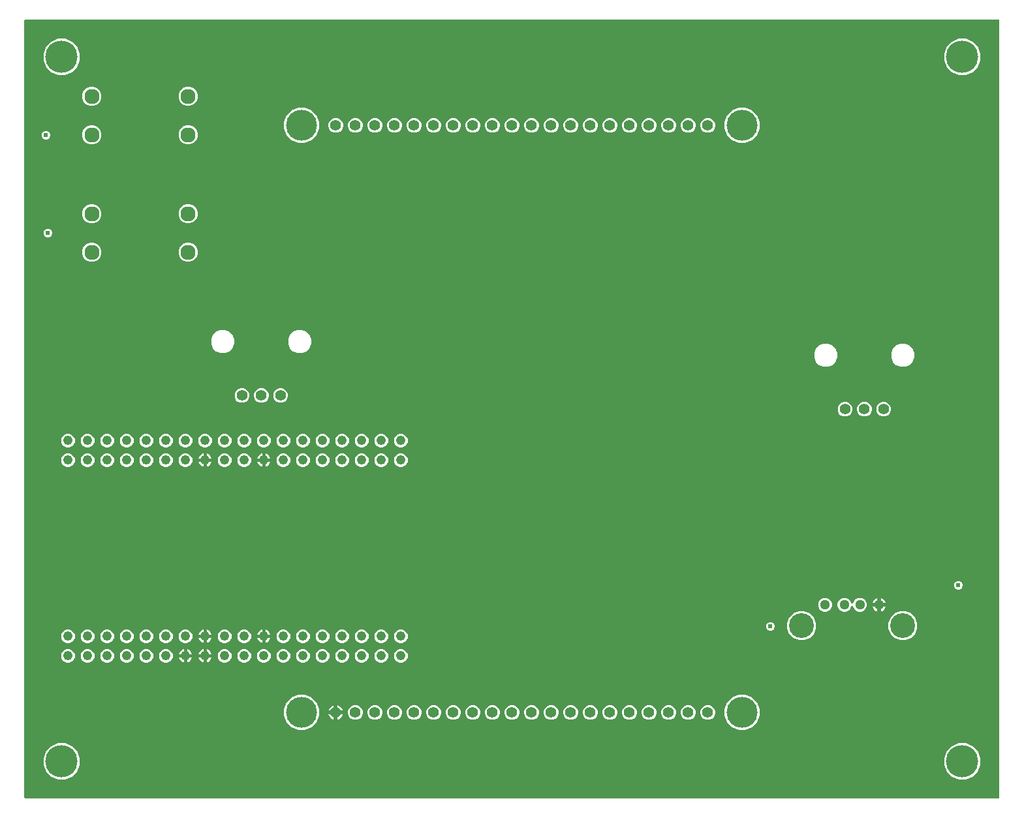
<source format=gbr>
G04 EAGLE Gerber RS-274X export*
G75*
%MOMM*%
%FSLAX34Y34*%
%LPD*%
%INCopper Layer 2*%
%IPPOS*%
%AMOC8*
5,1,8,0,0,1.08239X$1,22.5*%
G01*
%ADD10C,1.400000*%
%ADD11C,4.016000*%
%ADD12C,1.288000*%
%ADD13C,3.220000*%
%ADD14C,4.191000*%
%ADD15C,1.960000*%
%ADD16C,1.244600*%
%ADD17C,0.609600*%

G36*
X1266308Y2556D02*
X1266308Y2556D01*
X1266427Y2563D01*
X1266465Y2576D01*
X1266506Y2581D01*
X1266616Y2624D01*
X1266729Y2661D01*
X1266764Y2683D01*
X1266801Y2698D01*
X1266897Y2767D01*
X1266998Y2831D01*
X1267026Y2861D01*
X1267059Y2884D01*
X1267135Y2976D01*
X1267216Y3063D01*
X1267236Y3098D01*
X1267261Y3129D01*
X1267312Y3237D01*
X1267370Y3341D01*
X1267380Y3381D01*
X1267397Y3417D01*
X1267419Y3534D01*
X1267449Y3649D01*
X1267453Y3709D01*
X1267457Y3729D01*
X1267455Y3750D01*
X1267459Y3810D01*
X1267459Y1012190D01*
X1267444Y1012308D01*
X1267437Y1012427D01*
X1267424Y1012465D01*
X1267419Y1012506D01*
X1267376Y1012616D01*
X1267339Y1012729D01*
X1267317Y1012764D01*
X1267302Y1012801D01*
X1267233Y1012897D01*
X1267169Y1012998D01*
X1267139Y1013026D01*
X1267116Y1013059D01*
X1267024Y1013135D01*
X1266937Y1013216D01*
X1266902Y1013236D01*
X1266871Y1013261D01*
X1266763Y1013312D01*
X1266659Y1013370D01*
X1266619Y1013380D01*
X1266583Y1013397D01*
X1266466Y1013419D01*
X1266351Y1013449D01*
X1266291Y1013453D01*
X1266271Y1013457D01*
X1266250Y1013455D01*
X1266190Y1013459D01*
X3810Y1013459D01*
X3692Y1013444D01*
X3573Y1013437D01*
X3535Y1013424D01*
X3494Y1013419D01*
X3384Y1013376D01*
X3271Y1013339D01*
X3236Y1013317D01*
X3199Y1013302D01*
X3103Y1013233D01*
X3002Y1013169D01*
X2974Y1013139D01*
X2941Y1013116D01*
X2865Y1013024D01*
X2784Y1012937D01*
X2764Y1012902D01*
X2739Y1012871D01*
X2688Y1012763D01*
X2630Y1012659D01*
X2620Y1012619D01*
X2603Y1012583D01*
X2581Y1012466D01*
X2551Y1012351D01*
X2547Y1012291D01*
X2543Y1012271D01*
X2545Y1012250D01*
X2541Y1012190D01*
X2541Y3810D01*
X2556Y3692D01*
X2563Y3573D01*
X2576Y3535D01*
X2581Y3494D01*
X2624Y3384D01*
X2661Y3271D01*
X2683Y3236D01*
X2698Y3199D01*
X2767Y3103D01*
X2831Y3002D01*
X2861Y2974D01*
X2884Y2941D01*
X2976Y2865D01*
X3063Y2784D01*
X3098Y2764D01*
X3129Y2739D01*
X3237Y2688D01*
X3341Y2630D01*
X3381Y2620D01*
X3417Y2603D01*
X3534Y2581D01*
X3649Y2551D01*
X3709Y2547D01*
X3729Y2543D01*
X3750Y2545D01*
X3810Y2541D01*
X1266190Y2541D01*
X1266308Y2556D01*
G37*
%LPC*%
G36*
X1214526Y941704D02*
X1214526Y941704D01*
X1205891Y945281D01*
X1199281Y951891D01*
X1195704Y960526D01*
X1195704Y969874D01*
X1199281Y978509D01*
X1205891Y985119D01*
X1214526Y988696D01*
X1223874Y988696D01*
X1232509Y985119D01*
X1239119Y978509D01*
X1242696Y969874D01*
X1242696Y960526D01*
X1239119Y951891D01*
X1232509Y945281D01*
X1223874Y941704D01*
X1214526Y941704D01*
G37*
%LPD*%
%LPC*%
G36*
X46126Y941704D02*
X46126Y941704D01*
X37491Y945281D01*
X30881Y951891D01*
X27304Y960526D01*
X27304Y969874D01*
X30881Y978509D01*
X37491Y985119D01*
X46126Y988696D01*
X55474Y988696D01*
X64109Y985119D01*
X70719Y978509D01*
X74296Y969874D01*
X74296Y960526D01*
X70719Y951891D01*
X64109Y945281D01*
X55474Y941704D01*
X46126Y941704D01*
G37*
%LPD*%
%LPC*%
G36*
X1214526Y27304D02*
X1214526Y27304D01*
X1205891Y30881D01*
X1199281Y37491D01*
X1195704Y46126D01*
X1195704Y55474D01*
X1199281Y64109D01*
X1205891Y70719D01*
X1214526Y74296D01*
X1223874Y74296D01*
X1232509Y70719D01*
X1239119Y64109D01*
X1242696Y55474D01*
X1242696Y46126D01*
X1239119Y37491D01*
X1232509Y30881D01*
X1223874Y27304D01*
X1214526Y27304D01*
G37*
%LPD*%
%LPC*%
G36*
X46126Y27304D02*
X46126Y27304D01*
X37491Y30881D01*
X30881Y37491D01*
X27304Y46126D01*
X27304Y55474D01*
X30881Y64109D01*
X37491Y70719D01*
X46126Y74296D01*
X55474Y74296D01*
X64109Y70719D01*
X70719Y64109D01*
X74296Y55474D01*
X74296Y46126D01*
X70719Y37491D01*
X64109Y30881D01*
X55474Y27304D01*
X46126Y27304D01*
G37*
%LPD*%
%LPC*%
G36*
X928950Y853679D02*
X928950Y853679D01*
X920636Y857123D01*
X914273Y863486D01*
X910829Y871800D01*
X910829Y880800D01*
X914273Y889114D01*
X920636Y895477D01*
X928950Y898921D01*
X937950Y898921D01*
X946264Y895477D01*
X952627Y889114D01*
X956071Y880800D01*
X956071Y871800D01*
X952627Y863486D01*
X946264Y857123D01*
X937950Y853679D01*
X928950Y853679D01*
G37*
%LPD*%
%LPC*%
G36*
X357450Y853679D02*
X357450Y853679D01*
X349136Y857123D01*
X342773Y863486D01*
X339329Y871800D01*
X339329Y880800D01*
X342773Y889114D01*
X349136Y895477D01*
X357450Y898921D01*
X366450Y898921D01*
X374764Y895477D01*
X381127Y889114D01*
X384571Y880800D01*
X384571Y871800D01*
X381127Y863486D01*
X374764Y857123D01*
X366450Y853679D01*
X357450Y853679D01*
G37*
%LPD*%
%LPC*%
G36*
X357450Y91679D02*
X357450Y91679D01*
X349136Y95123D01*
X342773Y101486D01*
X339329Y109800D01*
X339329Y118800D01*
X342773Y127114D01*
X349136Y133477D01*
X357450Y136921D01*
X366450Y136921D01*
X374764Y133477D01*
X381127Y127114D01*
X384571Y118800D01*
X384571Y109800D01*
X381127Y101486D01*
X374764Y95123D01*
X366450Y91679D01*
X357450Y91679D01*
G37*
%LPD*%
%LPC*%
G36*
X928950Y91679D02*
X928950Y91679D01*
X920636Y95123D01*
X914273Y101486D01*
X910829Y109800D01*
X910829Y118800D01*
X914273Y127114D01*
X920636Y133477D01*
X928950Y136921D01*
X937950Y136921D01*
X946264Y133477D01*
X952627Y127114D01*
X956071Y118800D01*
X956071Y109800D01*
X952627Y101486D01*
X946264Y95123D01*
X937950Y91679D01*
X928950Y91679D01*
G37*
%LPD*%
%LPC*%
G36*
X1006992Y208259D02*
X1006992Y208259D01*
X1000141Y211097D01*
X994897Y216341D01*
X992059Y223192D01*
X992059Y230608D01*
X994897Y237459D01*
X1000141Y242703D01*
X1006992Y245541D01*
X1014408Y245541D01*
X1021259Y242703D01*
X1026503Y237459D01*
X1029341Y230608D01*
X1029341Y223192D01*
X1026503Y216341D01*
X1021259Y211097D01*
X1014408Y208259D01*
X1006992Y208259D01*
G37*
%LPD*%
%LPC*%
G36*
X1138392Y208259D02*
X1138392Y208259D01*
X1131541Y211097D01*
X1126297Y216341D01*
X1123459Y223192D01*
X1123459Y230608D01*
X1126297Y237459D01*
X1131541Y242703D01*
X1138392Y245541D01*
X1145808Y245541D01*
X1152659Y242703D01*
X1157903Y237459D01*
X1160741Y230608D01*
X1160741Y223192D01*
X1157903Y216341D01*
X1152659Y211097D01*
X1145808Y208259D01*
X1138392Y208259D01*
G37*
%LPD*%
%LPC*%
G36*
X356888Y580739D02*
X356888Y580739D01*
X351360Y583029D01*
X347129Y587260D01*
X344839Y592788D01*
X344839Y598772D01*
X347129Y604300D01*
X351360Y608531D01*
X356888Y610821D01*
X362872Y610821D01*
X368400Y608531D01*
X372631Y604300D01*
X374921Y598772D01*
X374921Y592788D01*
X372631Y587260D01*
X368400Y583029D01*
X362872Y580739D01*
X356888Y580739D01*
G37*
%LPD*%
%LPC*%
G36*
X256888Y580739D02*
X256888Y580739D01*
X251360Y583029D01*
X247129Y587260D01*
X244839Y592788D01*
X244839Y598772D01*
X247129Y604300D01*
X251360Y608531D01*
X256888Y610821D01*
X262872Y610821D01*
X268400Y608531D01*
X272631Y604300D01*
X274921Y598772D01*
X274921Y592788D01*
X272631Y587260D01*
X268400Y583029D01*
X262872Y580739D01*
X256888Y580739D01*
G37*
%LPD*%
%LPC*%
G36*
X1139208Y562959D02*
X1139208Y562959D01*
X1133680Y565249D01*
X1129449Y569480D01*
X1127159Y575008D01*
X1127159Y580992D01*
X1129449Y586520D01*
X1133680Y590751D01*
X1139208Y593041D01*
X1145192Y593041D01*
X1150720Y590751D01*
X1154951Y586520D01*
X1157241Y580992D01*
X1157241Y575008D01*
X1154951Y569480D01*
X1150720Y565249D01*
X1145192Y562959D01*
X1139208Y562959D01*
G37*
%LPD*%
%LPC*%
G36*
X1039208Y562959D02*
X1039208Y562959D01*
X1033680Y565249D01*
X1029449Y569480D01*
X1027159Y575008D01*
X1027159Y580992D01*
X1029449Y586520D01*
X1033680Y590751D01*
X1039208Y593041D01*
X1045192Y593041D01*
X1050720Y590751D01*
X1054951Y586520D01*
X1057241Y580992D01*
X1057241Y575008D01*
X1054951Y569480D01*
X1050720Y565249D01*
X1045192Y562959D01*
X1039208Y562959D01*
G37*
%LPD*%
%LPC*%
G36*
X1064614Y245019D02*
X1064614Y245019D01*
X1061313Y246386D01*
X1058786Y248913D01*
X1057419Y252214D01*
X1057419Y255786D01*
X1058786Y259087D01*
X1061313Y261614D01*
X1064614Y262981D01*
X1068186Y262981D01*
X1071487Y261614D01*
X1074014Y259087D01*
X1075227Y256157D01*
X1075296Y256036D01*
X1075361Y255913D01*
X1075375Y255898D01*
X1075385Y255880D01*
X1075482Y255780D01*
X1075575Y255678D01*
X1075592Y255666D01*
X1075606Y255652D01*
X1075724Y255579D01*
X1075841Y255503D01*
X1075860Y255496D01*
X1075877Y255486D01*
X1076010Y255445D01*
X1076142Y255400D01*
X1076162Y255398D01*
X1076181Y255392D01*
X1076320Y255385D01*
X1076459Y255374D01*
X1076479Y255378D01*
X1076499Y255377D01*
X1076635Y255405D01*
X1076772Y255429D01*
X1076791Y255437D01*
X1076810Y255441D01*
X1076935Y255502D01*
X1077062Y255559D01*
X1077078Y255572D01*
X1077096Y255581D01*
X1077202Y255671D01*
X1077310Y255758D01*
X1077323Y255774D01*
X1077338Y255787D01*
X1077418Y255901D01*
X1077502Y256012D01*
X1077514Y256037D01*
X1077521Y256047D01*
X1077528Y256067D01*
X1077573Y256157D01*
X1078786Y259087D01*
X1081313Y261614D01*
X1084614Y262981D01*
X1088186Y262981D01*
X1091487Y261614D01*
X1094014Y259087D01*
X1095381Y255786D01*
X1095381Y252214D01*
X1094014Y248913D01*
X1091487Y246386D01*
X1088186Y245019D01*
X1084614Y245019D01*
X1081313Y246386D01*
X1078786Y248913D01*
X1077573Y251843D01*
X1077567Y251853D01*
X1077567Y251854D01*
X1077504Y251964D01*
X1077439Y252087D01*
X1077425Y252102D01*
X1077415Y252120D01*
X1077318Y252220D01*
X1077225Y252322D01*
X1077208Y252333D01*
X1077194Y252348D01*
X1077075Y252421D01*
X1076959Y252497D01*
X1076940Y252504D01*
X1076923Y252514D01*
X1076790Y252555D01*
X1076658Y252600D01*
X1076638Y252602D01*
X1076619Y252608D01*
X1076480Y252615D01*
X1076341Y252626D01*
X1076321Y252622D01*
X1076301Y252623D01*
X1076165Y252595D01*
X1076028Y252571D01*
X1076009Y252563D01*
X1075990Y252559D01*
X1075864Y252497D01*
X1075738Y252441D01*
X1075722Y252428D01*
X1075704Y252419D01*
X1075598Y252329D01*
X1075490Y252242D01*
X1075477Y252226D01*
X1075462Y252213D01*
X1075382Y252099D01*
X1075298Y251988D01*
X1075286Y251963D01*
X1075279Y251953D01*
X1075272Y251933D01*
X1075227Y251843D01*
X1074014Y248913D01*
X1071487Y246386D01*
X1068186Y245019D01*
X1064614Y245019D01*
G37*
%LPD*%
%LPC*%
G36*
X212445Y901659D02*
X212445Y901659D01*
X207910Y903538D01*
X204438Y907010D01*
X202559Y911545D01*
X202559Y916455D01*
X204438Y920990D01*
X207910Y924462D01*
X212445Y926341D01*
X217355Y926341D01*
X221890Y924462D01*
X225362Y920990D01*
X227241Y916455D01*
X227241Y911545D01*
X225362Y907010D01*
X221890Y903538D01*
X217355Y901659D01*
X212445Y901659D01*
G37*
%LPD*%
%LPC*%
G36*
X87445Y901659D02*
X87445Y901659D01*
X82910Y903538D01*
X79438Y907010D01*
X77559Y911545D01*
X77559Y916455D01*
X79438Y920990D01*
X82910Y924462D01*
X87445Y926341D01*
X92355Y926341D01*
X96890Y924462D01*
X100362Y920990D01*
X102241Y916455D01*
X102241Y911545D01*
X100362Y907010D01*
X96890Y903538D01*
X92355Y901659D01*
X87445Y901659D01*
G37*
%LPD*%
%LPC*%
G36*
X212445Y851659D02*
X212445Y851659D01*
X207910Y853538D01*
X204438Y857010D01*
X202559Y861545D01*
X202559Y866455D01*
X204438Y870990D01*
X207910Y874462D01*
X212445Y876341D01*
X217355Y876341D01*
X221890Y874462D01*
X225362Y870990D01*
X227241Y866455D01*
X227241Y861545D01*
X225362Y857010D01*
X221890Y853538D01*
X217355Y851659D01*
X212445Y851659D01*
G37*
%LPD*%
%LPC*%
G36*
X87445Y851659D02*
X87445Y851659D01*
X82910Y853538D01*
X79438Y857010D01*
X77559Y861545D01*
X77559Y866455D01*
X79438Y870990D01*
X82910Y874462D01*
X87445Y876341D01*
X92355Y876341D01*
X96890Y874462D01*
X100362Y870990D01*
X102241Y866455D01*
X102241Y861545D01*
X100362Y857010D01*
X96890Y853538D01*
X92355Y851659D01*
X87445Y851659D01*
G37*
%LPD*%
%LPC*%
G36*
X212445Y749259D02*
X212445Y749259D01*
X207910Y751138D01*
X204438Y754610D01*
X202559Y759145D01*
X202559Y764055D01*
X204438Y768590D01*
X207910Y772062D01*
X212445Y773941D01*
X217355Y773941D01*
X221890Y772062D01*
X225362Y768590D01*
X227241Y764055D01*
X227241Y759145D01*
X225362Y754610D01*
X221890Y751138D01*
X217355Y749259D01*
X212445Y749259D01*
G37*
%LPD*%
%LPC*%
G36*
X87445Y749259D02*
X87445Y749259D01*
X82910Y751138D01*
X79438Y754610D01*
X77559Y759145D01*
X77559Y764055D01*
X79438Y768590D01*
X82910Y772062D01*
X87445Y773941D01*
X92355Y773941D01*
X96890Y772062D01*
X100362Y768590D01*
X102241Y764055D01*
X102241Y759145D01*
X100362Y754610D01*
X96890Y751138D01*
X92355Y749259D01*
X87445Y749259D01*
G37*
%LPD*%
%LPC*%
G36*
X212445Y699259D02*
X212445Y699259D01*
X207910Y701138D01*
X204438Y704610D01*
X202559Y709145D01*
X202559Y714055D01*
X204438Y718590D01*
X207910Y722062D01*
X212445Y723941D01*
X217355Y723941D01*
X221890Y722062D01*
X225362Y718590D01*
X227241Y714055D01*
X227241Y709145D01*
X225362Y704610D01*
X221890Y701138D01*
X217355Y699259D01*
X212445Y699259D01*
G37*
%LPD*%
%LPC*%
G36*
X87445Y699259D02*
X87445Y699259D01*
X82910Y701138D01*
X79438Y704610D01*
X77559Y709145D01*
X77559Y714055D01*
X79438Y718590D01*
X82910Y722062D01*
X87445Y723941D01*
X92355Y723941D01*
X96890Y722062D01*
X100362Y718590D01*
X102241Y714055D01*
X102241Y709145D01*
X100362Y704610D01*
X96890Y701138D01*
X92355Y699259D01*
X87445Y699259D01*
G37*
%LPD*%
%LPC*%
G36*
X429902Y866759D02*
X429902Y866759D01*
X426396Y868212D01*
X423712Y870896D01*
X422259Y874402D01*
X422259Y878198D01*
X423712Y881704D01*
X426396Y884388D01*
X429902Y885841D01*
X433698Y885841D01*
X437204Y884388D01*
X439888Y881704D01*
X441341Y878198D01*
X441341Y874402D01*
X439888Y870896D01*
X437204Y868212D01*
X433698Y866759D01*
X429902Y866759D01*
G37*
%LPD*%
%LPC*%
G36*
X404502Y866759D02*
X404502Y866759D01*
X400996Y868212D01*
X398312Y870896D01*
X396859Y874402D01*
X396859Y878198D01*
X398312Y881704D01*
X400996Y884388D01*
X404502Y885841D01*
X408298Y885841D01*
X411804Y884388D01*
X414488Y881704D01*
X415941Y878198D01*
X415941Y874402D01*
X414488Y870896D01*
X411804Y868212D01*
X408298Y866759D01*
X404502Y866759D01*
G37*
%LPD*%
%LPC*%
G36*
X887102Y866759D02*
X887102Y866759D01*
X883596Y868212D01*
X880912Y870896D01*
X879459Y874402D01*
X879459Y878198D01*
X880912Y881704D01*
X883596Y884388D01*
X887102Y885841D01*
X890898Y885841D01*
X894404Y884388D01*
X897088Y881704D01*
X898541Y878198D01*
X898541Y874402D01*
X897088Y870896D01*
X894404Y868212D01*
X890898Y866759D01*
X887102Y866759D01*
G37*
%LPD*%
%LPC*%
G36*
X861702Y866759D02*
X861702Y866759D01*
X858196Y868212D01*
X855512Y870896D01*
X854059Y874402D01*
X854059Y878198D01*
X855512Y881704D01*
X858196Y884388D01*
X861702Y885841D01*
X865498Y885841D01*
X869004Y884388D01*
X871688Y881704D01*
X873141Y878198D01*
X873141Y874402D01*
X871688Y870896D01*
X869004Y868212D01*
X865498Y866759D01*
X861702Y866759D01*
G37*
%LPD*%
%LPC*%
G36*
X836302Y866759D02*
X836302Y866759D01*
X832796Y868212D01*
X830112Y870896D01*
X828659Y874402D01*
X828659Y878198D01*
X830112Y881704D01*
X832796Y884388D01*
X836302Y885841D01*
X840098Y885841D01*
X843604Y884388D01*
X846288Y881704D01*
X847741Y878198D01*
X847741Y874402D01*
X846288Y870896D01*
X843604Y868212D01*
X840098Y866759D01*
X836302Y866759D01*
G37*
%LPD*%
%LPC*%
G36*
X810902Y866759D02*
X810902Y866759D01*
X807396Y868212D01*
X804712Y870896D01*
X803259Y874402D01*
X803259Y878198D01*
X804712Y881704D01*
X807396Y884388D01*
X810902Y885841D01*
X814698Y885841D01*
X818204Y884388D01*
X820888Y881704D01*
X822341Y878198D01*
X822341Y874402D01*
X820888Y870896D01*
X818204Y868212D01*
X814698Y866759D01*
X810902Y866759D01*
G37*
%LPD*%
%LPC*%
G36*
X785502Y866759D02*
X785502Y866759D01*
X781996Y868212D01*
X779312Y870896D01*
X777859Y874402D01*
X777859Y878198D01*
X779312Y881704D01*
X781996Y884388D01*
X785502Y885841D01*
X789298Y885841D01*
X792804Y884388D01*
X795488Y881704D01*
X796941Y878198D01*
X796941Y874402D01*
X795488Y870896D01*
X792804Y868212D01*
X789298Y866759D01*
X785502Y866759D01*
G37*
%LPD*%
%LPC*%
G36*
X760102Y866759D02*
X760102Y866759D01*
X756596Y868212D01*
X753912Y870896D01*
X752459Y874402D01*
X752459Y878198D01*
X753912Y881704D01*
X756596Y884388D01*
X760102Y885841D01*
X763898Y885841D01*
X767404Y884388D01*
X770088Y881704D01*
X771541Y878198D01*
X771541Y874402D01*
X770088Y870896D01*
X767404Y868212D01*
X763898Y866759D01*
X760102Y866759D01*
G37*
%LPD*%
%LPC*%
G36*
X734702Y866759D02*
X734702Y866759D01*
X731196Y868212D01*
X728512Y870896D01*
X727059Y874402D01*
X727059Y878198D01*
X728512Y881704D01*
X731196Y884388D01*
X734702Y885841D01*
X738498Y885841D01*
X742004Y884388D01*
X744688Y881704D01*
X746141Y878198D01*
X746141Y874402D01*
X744688Y870896D01*
X742004Y868212D01*
X738498Y866759D01*
X734702Y866759D01*
G37*
%LPD*%
%LPC*%
G36*
X709302Y866759D02*
X709302Y866759D01*
X705796Y868212D01*
X703112Y870896D01*
X701659Y874402D01*
X701659Y878198D01*
X703112Y881704D01*
X705796Y884388D01*
X709302Y885841D01*
X713098Y885841D01*
X716604Y884388D01*
X719288Y881704D01*
X720741Y878198D01*
X720741Y874402D01*
X719288Y870896D01*
X716604Y868212D01*
X713098Y866759D01*
X709302Y866759D01*
G37*
%LPD*%
%LPC*%
G36*
X683902Y866759D02*
X683902Y866759D01*
X680396Y868212D01*
X677712Y870896D01*
X676259Y874402D01*
X676259Y878198D01*
X677712Y881704D01*
X680396Y884388D01*
X683902Y885841D01*
X687698Y885841D01*
X691204Y884388D01*
X693888Y881704D01*
X695341Y878198D01*
X695341Y874402D01*
X693888Y870896D01*
X691204Y868212D01*
X687698Y866759D01*
X683902Y866759D01*
G37*
%LPD*%
%LPC*%
G36*
X658502Y866759D02*
X658502Y866759D01*
X654996Y868212D01*
X652312Y870896D01*
X650859Y874402D01*
X650859Y878198D01*
X652312Y881704D01*
X654996Y884388D01*
X658502Y885841D01*
X662298Y885841D01*
X665804Y884388D01*
X668488Y881704D01*
X669941Y878198D01*
X669941Y874402D01*
X668488Y870896D01*
X665804Y868212D01*
X662298Y866759D01*
X658502Y866759D01*
G37*
%LPD*%
%LPC*%
G36*
X633102Y866759D02*
X633102Y866759D01*
X629596Y868212D01*
X626912Y870896D01*
X625459Y874402D01*
X625459Y878198D01*
X626912Y881704D01*
X629596Y884388D01*
X633102Y885841D01*
X636898Y885841D01*
X640404Y884388D01*
X643088Y881704D01*
X644541Y878198D01*
X644541Y874402D01*
X643088Y870896D01*
X640404Y868212D01*
X636898Y866759D01*
X633102Y866759D01*
G37*
%LPD*%
%LPC*%
G36*
X607702Y866759D02*
X607702Y866759D01*
X604196Y868212D01*
X601512Y870896D01*
X600059Y874402D01*
X600059Y878198D01*
X601512Y881704D01*
X604196Y884388D01*
X607702Y885841D01*
X611498Y885841D01*
X615004Y884388D01*
X617688Y881704D01*
X619141Y878198D01*
X619141Y874402D01*
X617688Y870896D01*
X615004Y868212D01*
X611498Y866759D01*
X607702Y866759D01*
G37*
%LPD*%
%LPC*%
G36*
X582302Y866759D02*
X582302Y866759D01*
X578796Y868212D01*
X576112Y870896D01*
X574659Y874402D01*
X574659Y878198D01*
X576112Y881704D01*
X578796Y884388D01*
X582302Y885841D01*
X586098Y885841D01*
X589604Y884388D01*
X592288Y881704D01*
X593741Y878198D01*
X593741Y874402D01*
X592288Y870896D01*
X589604Y868212D01*
X586098Y866759D01*
X582302Y866759D01*
G37*
%LPD*%
%LPC*%
G36*
X556902Y866759D02*
X556902Y866759D01*
X553396Y868212D01*
X550712Y870896D01*
X549259Y874402D01*
X549259Y878198D01*
X550712Y881704D01*
X553396Y884388D01*
X556902Y885841D01*
X560698Y885841D01*
X564204Y884388D01*
X566888Y881704D01*
X568341Y878198D01*
X568341Y874402D01*
X566888Y870896D01*
X564204Y868212D01*
X560698Y866759D01*
X556902Y866759D01*
G37*
%LPD*%
%LPC*%
G36*
X531502Y866759D02*
X531502Y866759D01*
X527996Y868212D01*
X525312Y870896D01*
X523859Y874402D01*
X523859Y878198D01*
X525312Y881704D01*
X527996Y884388D01*
X531502Y885841D01*
X535298Y885841D01*
X538804Y884388D01*
X541488Y881704D01*
X542941Y878198D01*
X542941Y874402D01*
X541488Y870896D01*
X538804Y868212D01*
X535298Y866759D01*
X531502Y866759D01*
G37*
%LPD*%
%LPC*%
G36*
X506102Y866759D02*
X506102Y866759D01*
X502596Y868212D01*
X499912Y870896D01*
X498459Y874402D01*
X498459Y878198D01*
X499912Y881704D01*
X502596Y884388D01*
X506102Y885841D01*
X509898Y885841D01*
X513404Y884388D01*
X516088Y881704D01*
X517541Y878198D01*
X517541Y874402D01*
X516088Y870896D01*
X513404Y868212D01*
X509898Y866759D01*
X506102Y866759D01*
G37*
%LPD*%
%LPC*%
G36*
X480702Y866759D02*
X480702Y866759D01*
X477196Y868212D01*
X474512Y870896D01*
X473059Y874402D01*
X473059Y878198D01*
X474512Y881704D01*
X477196Y884388D01*
X480702Y885841D01*
X484498Y885841D01*
X488004Y884388D01*
X490688Y881704D01*
X492141Y878198D01*
X492141Y874402D01*
X490688Y870896D01*
X488004Y868212D01*
X484498Y866759D01*
X480702Y866759D01*
G37*
%LPD*%
%LPC*%
G36*
X455302Y866759D02*
X455302Y866759D01*
X451796Y868212D01*
X449112Y870896D01*
X447659Y874402D01*
X447659Y878198D01*
X449112Y881704D01*
X451796Y884388D01*
X455302Y885841D01*
X459098Y885841D01*
X462604Y884388D01*
X465288Y881704D01*
X466741Y878198D01*
X466741Y874402D01*
X465288Y870896D01*
X462604Y868212D01*
X459098Y866759D01*
X455302Y866759D01*
G37*
%LPD*%
%LPC*%
G36*
X709302Y104759D02*
X709302Y104759D01*
X705796Y106212D01*
X703112Y108896D01*
X701659Y112402D01*
X701659Y116198D01*
X703112Y119704D01*
X705796Y122388D01*
X709302Y123841D01*
X713098Y123841D01*
X716604Y122388D01*
X719288Y119704D01*
X720741Y116198D01*
X720741Y112402D01*
X719288Y108896D01*
X716604Y106212D01*
X713098Y104759D01*
X709302Y104759D01*
G37*
%LPD*%
%LPC*%
G36*
X887102Y104759D02*
X887102Y104759D01*
X883596Y106212D01*
X880912Y108896D01*
X879459Y112402D01*
X879459Y116198D01*
X880912Y119704D01*
X883596Y122388D01*
X887102Y123841D01*
X890898Y123841D01*
X894404Y122388D01*
X897088Y119704D01*
X898541Y116198D01*
X898541Y112402D01*
X897088Y108896D01*
X894404Y106212D01*
X890898Y104759D01*
X887102Y104759D01*
G37*
%LPD*%
%LPC*%
G36*
X307982Y516239D02*
X307982Y516239D01*
X304476Y517692D01*
X301792Y520376D01*
X300339Y523882D01*
X300339Y527678D01*
X301792Y531184D01*
X304476Y533868D01*
X307982Y535321D01*
X311778Y535321D01*
X315284Y533868D01*
X317968Y531184D01*
X319421Y527678D01*
X319421Y523882D01*
X317968Y520376D01*
X315284Y517692D01*
X311778Y516239D01*
X307982Y516239D01*
G37*
%LPD*%
%LPC*%
G36*
X282982Y516239D02*
X282982Y516239D01*
X279476Y517692D01*
X276792Y520376D01*
X275339Y523882D01*
X275339Y527678D01*
X276792Y531184D01*
X279476Y533868D01*
X282982Y535321D01*
X286778Y535321D01*
X290284Y533868D01*
X292968Y531184D01*
X294421Y527678D01*
X294421Y523882D01*
X292968Y520376D01*
X290284Y517692D01*
X286778Y516239D01*
X282982Y516239D01*
G37*
%LPD*%
%LPC*%
G36*
X332982Y516239D02*
X332982Y516239D01*
X329476Y517692D01*
X326792Y520376D01*
X325339Y523882D01*
X325339Y527678D01*
X326792Y531184D01*
X329476Y533868D01*
X332982Y535321D01*
X336778Y535321D01*
X340284Y533868D01*
X342968Y531184D01*
X344421Y527678D01*
X344421Y523882D01*
X342968Y520376D01*
X340284Y517692D01*
X336778Y516239D01*
X332982Y516239D01*
G37*
%LPD*%
%LPC*%
G36*
X1090302Y498459D02*
X1090302Y498459D01*
X1086796Y499912D01*
X1084112Y502596D01*
X1082659Y506102D01*
X1082659Y509898D01*
X1084112Y513404D01*
X1086796Y516088D01*
X1090302Y517541D01*
X1094098Y517541D01*
X1097604Y516088D01*
X1100288Y513404D01*
X1101741Y509898D01*
X1101741Y506102D01*
X1100288Y502596D01*
X1097604Y499912D01*
X1094098Y498459D01*
X1090302Y498459D01*
G37*
%LPD*%
%LPC*%
G36*
X1065302Y498459D02*
X1065302Y498459D01*
X1061796Y499912D01*
X1059112Y502596D01*
X1057659Y506102D01*
X1057659Y509898D01*
X1059112Y513404D01*
X1061796Y516088D01*
X1065302Y517541D01*
X1069098Y517541D01*
X1072604Y516088D01*
X1075288Y513404D01*
X1076741Y509898D01*
X1076741Y506102D01*
X1075288Y502596D01*
X1072604Y499912D01*
X1069098Y498459D01*
X1065302Y498459D01*
G37*
%LPD*%
%LPC*%
G36*
X1115302Y498459D02*
X1115302Y498459D01*
X1111796Y499912D01*
X1109112Y502596D01*
X1107659Y506102D01*
X1107659Y509898D01*
X1109112Y513404D01*
X1111796Y516088D01*
X1115302Y517541D01*
X1119098Y517541D01*
X1122604Y516088D01*
X1125288Y513404D01*
X1126741Y509898D01*
X1126741Y506102D01*
X1125288Y502596D01*
X1122604Y499912D01*
X1119098Y498459D01*
X1115302Y498459D01*
G37*
%LPD*%
%LPC*%
G36*
X836302Y104759D02*
X836302Y104759D01*
X832796Y106212D01*
X830112Y108896D01*
X828659Y112402D01*
X828659Y116198D01*
X830112Y119704D01*
X832796Y122388D01*
X836302Y123841D01*
X840098Y123841D01*
X843604Y122388D01*
X846288Y119704D01*
X847741Y116198D01*
X847741Y112402D01*
X846288Y108896D01*
X843604Y106212D01*
X840098Y104759D01*
X836302Y104759D01*
G37*
%LPD*%
%LPC*%
G36*
X810902Y104759D02*
X810902Y104759D01*
X807396Y106212D01*
X804712Y108896D01*
X803259Y112402D01*
X803259Y116198D01*
X804712Y119704D01*
X807396Y122388D01*
X810902Y123841D01*
X814698Y123841D01*
X818204Y122388D01*
X820888Y119704D01*
X822341Y116198D01*
X822341Y112402D01*
X820888Y108896D01*
X818204Y106212D01*
X814698Y104759D01*
X810902Y104759D01*
G37*
%LPD*%
%LPC*%
G36*
X785502Y104759D02*
X785502Y104759D01*
X781996Y106212D01*
X779312Y108896D01*
X777859Y112402D01*
X777859Y116198D01*
X779312Y119704D01*
X781996Y122388D01*
X785502Y123841D01*
X789298Y123841D01*
X792804Y122388D01*
X795488Y119704D01*
X796941Y116198D01*
X796941Y112402D01*
X795488Y108896D01*
X792804Y106212D01*
X789298Y104759D01*
X785502Y104759D01*
G37*
%LPD*%
%LPC*%
G36*
X760102Y104759D02*
X760102Y104759D01*
X756596Y106212D01*
X753912Y108896D01*
X752459Y112402D01*
X752459Y116198D01*
X753912Y119704D01*
X756596Y122388D01*
X760102Y123841D01*
X763898Y123841D01*
X767404Y122388D01*
X770088Y119704D01*
X771541Y116198D01*
X771541Y112402D01*
X770088Y108896D01*
X767404Y106212D01*
X763898Y104759D01*
X760102Y104759D01*
G37*
%LPD*%
%LPC*%
G36*
X683902Y104759D02*
X683902Y104759D01*
X680396Y106212D01*
X677712Y108896D01*
X676259Y112402D01*
X676259Y116198D01*
X677712Y119704D01*
X680396Y122388D01*
X683902Y123841D01*
X687698Y123841D01*
X691204Y122388D01*
X693888Y119704D01*
X695341Y116198D01*
X695341Y112402D01*
X693888Y108896D01*
X691204Y106212D01*
X687698Y104759D01*
X683902Y104759D01*
G37*
%LPD*%
%LPC*%
G36*
X658502Y104759D02*
X658502Y104759D01*
X654996Y106212D01*
X652312Y108896D01*
X650859Y112402D01*
X650859Y116198D01*
X652312Y119704D01*
X654996Y122388D01*
X658502Y123841D01*
X662298Y123841D01*
X665804Y122388D01*
X668488Y119704D01*
X669941Y116198D01*
X669941Y112402D01*
X668488Y108896D01*
X665804Y106212D01*
X662298Y104759D01*
X658502Y104759D01*
G37*
%LPD*%
%LPC*%
G36*
X633102Y104759D02*
X633102Y104759D01*
X629596Y106212D01*
X626912Y108896D01*
X625459Y112402D01*
X625459Y116198D01*
X626912Y119704D01*
X629596Y122388D01*
X633102Y123841D01*
X636898Y123841D01*
X640404Y122388D01*
X643088Y119704D01*
X644541Y116198D01*
X644541Y112402D01*
X643088Y108896D01*
X640404Y106212D01*
X636898Y104759D01*
X633102Y104759D01*
G37*
%LPD*%
%LPC*%
G36*
X607702Y104759D02*
X607702Y104759D01*
X604196Y106212D01*
X601512Y108896D01*
X600059Y112402D01*
X600059Y116198D01*
X601512Y119704D01*
X604196Y122388D01*
X607702Y123841D01*
X611498Y123841D01*
X615004Y122388D01*
X617688Y119704D01*
X619141Y116198D01*
X619141Y112402D01*
X617688Y108896D01*
X615004Y106212D01*
X611498Y104759D01*
X607702Y104759D01*
G37*
%LPD*%
%LPC*%
G36*
X582302Y104759D02*
X582302Y104759D01*
X578796Y106212D01*
X576112Y108896D01*
X574659Y112402D01*
X574659Y116198D01*
X576112Y119704D01*
X578796Y122388D01*
X582302Y123841D01*
X586098Y123841D01*
X589604Y122388D01*
X592288Y119704D01*
X593741Y116198D01*
X593741Y112402D01*
X592288Y108896D01*
X589604Y106212D01*
X586098Y104759D01*
X582302Y104759D01*
G37*
%LPD*%
%LPC*%
G36*
X556902Y104759D02*
X556902Y104759D01*
X553396Y106212D01*
X550712Y108896D01*
X549259Y112402D01*
X549259Y116198D01*
X550712Y119704D01*
X553396Y122388D01*
X556902Y123841D01*
X560698Y123841D01*
X564204Y122388D01*
X566888Y119704D01*
X568341Y116198D01*
X568341Y112402D01*
X566888Y108896D01*
X564204Y106212D01*
X560698Y104759D01*
X556902Y104759D01*
G37*
%LPD*%
%LPC*%
G36*
X531502Y104759D02*
X531502Y104759D01*
X527996Y106212D01*
X525312Y108896D01*
X523859Y112402D01*
X523859Y116198D01*
X525312Y119704D01*
X527996Y122388D01*
X531502Y123841D01*
X535298Y123841D01*
X538804Y122388D01*
X541488Y119704D01*
X542941Y116198D01*
X542941Y112402D01*
X541488Y108896D01*
X538804Y106212D01*
X535298Y104759D01*
X531502Y104759D01*
G37*
%LPD*%
%LPC*%
G36*
X506102Y104759D02*
X506102Y104759D01*
X502596Y106212D01*
X499912Y108896D01*
X498459Y112402D01*
X498459Y116198D01*
X499912Y119704D01*
X502596Y122388D01*
X506102Y123841D01*
X509898Y123841D01*
X513404Y122388D01*
X516088Y119704D01*
X517541Y116198D01*
X517541Y112402D01*
X516088Y108896D01*
X513404Y106212D01*
X509898Y104759D01*
X506102Y104759D01*
G37*
%LPD*%
%LPC*%
G36*
X480702Y104759D02*
X480702Y104759D01*
X477196Y106212D01*
X474512Y108896D01*
X473059Y112402D01*
X473059Y116198D01*
X474512Y119704D01*
X477196Y122388D01*
X480702Y123841D01*
X484498Y123841D01*
X488004Y122388D01*
X490688Y119704D01*
X492141Y116198D01*
X492141Y112402D01*
X490688Y108896D01*
X488004Y106212D01*
X484498Y104759D01*
X480702Y104759D01*
G37*
%LPD*%
%LPC*%
G36*
X455302Y104759D02*
X455302Y104759D01*
X451796Y106212D01*
X449112Y108896D01*
X447659Y112402D01*
X447659Y116198D01*
X449112Y119704D01*
X451796Y122388D01*
X455302Y123841D01*
X459098Y123841D01*
X462604Y122388D01*
X465288Y119704D01*
X466741Y116198D01*
X466741Y112402D01*
X465288Y108896D01*
X462604Y106212D01*
X459098Y104759D01*
X455302Y104759D01*
G37*
%LPD*%
%LPC*%
G36*
X429902Y104759D02*
X429902Y104759D01*
X426396Y106212D01*
X423712Y108896D01*
X422259Y112402D01*
X422259Y116198D01*
X423712Y119704D01*
X426396Y122388D01*
X429902Y123841D01*
X433698Y123841D01*
X437204Y122388D01*
X439888Y119704D01*
X441341Y116198D01*
X441341Y112402D01*
X439888Y108896D01*
X437204Y106212D01*
X433698Y104759D01*
X429902Y104759D01*
G37*
%LPD*%
%LPC*%
G36*
X861702Y104759D02*
X861702Y104759D01*
X858196Y106212D01*
X855512Y108896D01*
X854059Y112402D01*
X854059Y116198D01*
X855512Y119704D01*
X858196Y122388D01*
X861702Y123841D01*
X865498Y123841D01*
X869004Y122388D01*
X871688Y119704D01*
X873141Y116198D01*
X873141Y112402D01*
X871688Y108896D01*
X869004Y106212D01*
X865498Y104759D01*
X861702Y104759D01*
G37*
%LPD*%
%LPC*%
G36*
X734702Y104759D02*
X734702Y104759D01*
X731196Y106212D01*
X728512Y108896D01*
X727059Y112402D01*
X727059Y116198D01*
X728512Y119704D01*
X731196Y122388D01*
X734702Y123841D01*
X738498Y123841D01*
X742004Y122388D01*
X744688Y119704D01*
X746141Y116198D01*
X746141Y112402D01*
X744688Y108896D01*
X742004Y106212D01*
X738498Y104759D01*
X734702Y104759D01*
G37*
%LPD*%
%LPC*%
G36*
X1039614Y245019D02*
X1039614Y245019D01*
X1036313Y246386D01*
X1033786Y248913D01*
X1032419Y252214D01*
X1032419Y255786D01*
X1033786Y259087D01*
X1036313Y261614D01*
X1039614Y262981D01*
X1043186Y262981D01*
X1046487Y261614D01*
X1049014Y259087D01*
X1050381Y255786D01*
X1050381Y252214D01*
X1049014Y248913D01*
X1046487Y246386D01*
X1043186Y245019D01*
X1039614Y245019D01*
G37*
%LPD*%
%LPC*%
G36*
X82757Y458336D02*
X82757Y458336D01*
X79536Y459670D01*
X77070Y462136D01*
X75736Y465357D01*
X75736Y468843D01*
X77070Y472064D01*
X79536Y474530D01*
X82757Y475864D01*
X86243Y475864D01*
X89464Y474530D01*
X91930Y472064D01*
X93264Y468843D01*
X93264Y465357D01*
X91930Y462136D01*
X89464Y459670D01*
X86243Y458336D01*
X82757Y458336D01*
G37*
%LPD*%
%LPC*%
G36*
X184357Y204336D02*
X184357Y204336D01*
X181136Y205670D01*
X178670Y208136D01*
X177336Y211357D01*
X177336Y214843D01*
X178670Y218064D01*
X181136Y220530D01*
X184357Y221864D01*
X187843Y221864D01*
X191064Y220530D01*
X193530Y218064D01*
X194864Y214843D01*
X194864Y211357D01*
X193530Y208136D01*
X191064Y205670D01*
X187843Y204336D01*
X184357Y204336D01*
G37*
%LPD*%
%LPC*%
G36*
X412957Y458336D02*
X412957Y458336D01*
X409736Y459670D01*
X407270Y462136D01*
X405936Y465357D01*
X405936Y468843D01*
X407270Y472064D01*
X409736Y474530D01*
X412957Y475864D01*
X416443Y475864D01*
X419664Y474530D01*
X422130Y472064D01*
X423464Y468843D01*
X423464Y465357D01*
X422130Y462136D01*
X419664Y459670D01*
X416443Y458336D01*
X412957Y458336D01*
G37*
%LPD*%
%LPC*%
G36*
X387557Y458336D02*
X387557Y458336D01*
X384336Y459670D01*
X381870Y462136D01*
X380536Y465357D01*
X380536Y468843D01*
X381870Y472064D01*
X384336Y474530D01*
X387557Y475864D01*
X391043Y475864D01*
X394264Y474530D01*
X396730Y472064D01*
X398064Y468843D01*
X398064Y465357D01*
X396730Y462136D01*
X394264Y459670D01*
X391043Y458336D01*
X387557Y458336D01*
G37*
%LPD*%
%LPC*%
G36*
X489157Y458336D02*
X489157Y458336D01*
X485936Y459670D01*
X483470Y462136D01*
X482136Y465357D01*
X482136Y468843D01*
X483470Y472064D01*
X485936Y474530D01*
X489157Y475864D01*
X492643Y475864D01*
X495864Y474530D01*
X498330Y472064D01*
X499664Y468843D01*
X499664Y465357D01*
X498330Y462136D01*
X495864Y459670D01*
X492643Y458336D01*
X489157Y458336D01*
G37*
%LPD*%
%LPC*%
G36*
X463757Y458336D02*
X463757Y458336D01*
X460536Y459670D01*
X458070Y462136D01*
X456736Y465357D01*
X456736Y468843D01*
X458070Y472064D01*
X460536Y474530D01*
X463757Y475864D01*
X467243Y475864D01*
X470464Y474530D01*
X472930Y472064D01*
X474264Y468843D01*
X474264Y465357D01*
X472930Y462136D01*
X470464Y459670D01*
X467243Y458336D01*
X463757Y458336D01*
G37*
%LPD*%
%LPC*%
G36*
X438357Y458336D02*
X438357Y458336D01*
X435136Y459670D01*
X432670Y462136D01*
X431336Y465357D01*
X431336Y468843D01*
X432670Y472064D01*
X435136Y474530D01*
X438357Y475864D01*
X441843Y475864D01*
X445064Y474530D01*
X447530Y472064D01*
X448864Y468843D01*
X448864Y465357D01*
X447530Y462136D01*
X445064Y459670D01*
X441843Y458336D01*
X438357Y458336D01*
G37*
%LPD*%
%LPC*%
G36*
X285957Y458336D02*
X285957Y458336D01*
X282736Y459670D01*
X280270Y462136D01*
X278936Y465357D01*
X278936Y468843D01*
X280270Y472064D01*
X282736Y474530D01*
X285957Y475864D01*
X289443Y475864D01*
X292664Y474530D01*
X295130Y472064D01*
X296464Y468843D01*
X296464Y465357D01*
X295130Y462136D01*
X292664Y459670D01*
X289443Y458336D01*
X285957Y458336D01*
G37*
%LPD*%
%LPC*%
G36*
X260557Y458336D02*
X260557Y458336D01*
X257336Y459670D01*
X254870Y462136D01*
X253536Y465357D01*
X253536Y468843D01*
X254870Y472064D01*
X257336Y474530D01*
X260557Y475864D01*
X264043Y475864D01*
X267264Y474530D01*
X269730Y472064D01*
X271064Y468843D01*
X271064Y465357D01*
X269730Y462136D01*
X267264Y459670D01*
X264043Y458336D01*
X260557Y458336D01*
G37*
%LPD*%
%LPC*%
G36*
X362157Y458336D02*
X362157Y458336D01*
X358936Y459670D01*
X356470Y462136D01*
X355136Y465357D01*
X355136Y468843D01*
X356470Y472064D01*
X358936Y474530D01*
X362157Y475864D01*
X365643Y475864D01*
X368864Y474530D01*
X371330Y472064D01*
X372664Y468843D01*
X372664Y465357D01*
X371330Y462136D01*
X368864Y459670D01*
X365643Y458336D01*
X362157Y458336D01*
G37*
%LPD*%
%LPC*%
G36*
X336757Y458336D02*
X336757Y458336D01*
X333536Y459670D01*
X331070Y462136D01*
X329736Y465357D01*
X329736Y468843D01*
X331070Y472064D01*
X333536Y474530D01*
X336757Y475864D01*
X340243Y475864D01*
X343464Y474530D01*
X345930Y472064D01*
X347264Y468843D01*
X347264Y465357D01*
X345930Y462136D01*
X343464Y459670D01*
X340243Y458336D01*
X336757Y458336D01*
G37*
%LPD*%
%LPC*%
G36*
X311357Y458336D02*
X311357Y458336D01*
X308136Y459670D01*
X305670Y462136D01*
X304336Y465357D01*
X304336Y468843D01*
X305670Y472064D01*
X308136Y474530D01*
X311357Y475864D01*
X314843Y475864D01*
X318064Y474530D01*
X320530Y472064D01*
X321864Y468843D01*
X321864Y465357D01*
X320530Y462136D01*
X318064Y459670D01*
X314843Y458336D01*
X311357Y458336D01*
G37*
%LPD*%
%LPC*%
G36*
X438357Y432936D02*
X438357Y432936D01*
X435136Y434270D01*
X432670Y436736D01*
X431336Y439957D01*
X431336Y443443D01*
X432670Y446664D01*
X435136Y449130D01*
X438357Y450464D01*
X441843Y450464D01*
X445064Y449130D01*
X447530Y446664D01*
X448864Y443443D01*
X448864Y439957D01*
X447530Y436736D01*
X445064Y434270D01*
X441843Y432936D01*
X438357Y432936D01*
G37*
%LPD*%
%LPC*%
G36*
X57357Y458336D02*
X57357Y458336D01*
X54136Y459670D01*
X51670Y462136D01*
X50336Y465357D01*
X50336Y468843D01*
X51670Y472064D01*
X54136Y474530D01*
X57357Y475864D01*
X60843Y475864D01*
X64064Y474530D01*
X66530Y472064D01*
X67864Y468843D01*
X67864Y465357D01*
X66530Y462136D01*
X64064Y459670D01*
X60843Y458336D01*
X57357Y458336D01*
G37*
%LPD*%
%LPC*%
G36*
X235157Y458336D02*
X235157Y458336D01*
X231936Y459670D01*
X229470Y462136D01*
X228136Y465357D01*
X228136Y468843D01*
X229470Y472064D01*
X231936Y474530D01*
X235157Y475864D01*
X238643Y475864D01*
X241864Y474530D01*
X244330Y472064D01*
X245664Y468843D01*
X245664Y465357D01*
X244330Y462136D01*
X241864Y459670D01*
X238643Y458336D01*
X235157Y458336D01*
G37*
%LPD*%
%LPC*%
G36*
X209757Y458336D02*
X209757Y458336D01*
X206536Y459670D01*
X204070Y462136D01*
X202736Y465357D01*
X202736Y468843D01*
X204070Y472064D01*
X206536Y474530D01*
X209757Y475864D01*
X213243Y475864D01*
X216464Y474530D01*
X218930Y472064D01*
X220264Y468843D01*
X220264Y465357D01*
X218930Y462136D01*
X216464Y459670D01*
X213243Y458336D01*
X209757Y458336D01*
G37*
%LPD*%
%LPC*%
G36*
X184357Y458336D02*
X184357Y458336D01*
X181136Y459670D01*
X178670Y462136D01*
X177336Y465357D01*
X177336Y468843D01*
X178670Y472064D01*
X181136Y474530D01*
X184357Y475864D01*
X187843Y475864D01*
X191064Y474530D01*
X193530Y472064D01*
X194864Y468843D01*
X194864Y465357D01*
X193530Y462136D01*
X191064Y459670D01*
X187843Y458336D01*
X184357Y458336D01*
G37*
%LPD*%
%LPC*%
G36*
X158957Y458336D02*
X158957Y458336D01*
X155736Y459670D01*
X153270Y462136D01*
X151936Y465357D01*
X151936Y468843D01*
X153270Y472064D01*
X155736Y474530D01*
X158957Y475864D01*
X162443Y475864D01*
X165664Y474530D01*
X168130Y472064D01*
X169464Y468843D01*
X169464Y465357D01*
X168130Y462136D01*
X165664Y459670D01*
X162443Y458336D01*
X158957Y458336D01*
G37*
%LPD*%
%LPC*%
G36*
X133557Y458336D02*
X133557Y458336D01*
X130336Y459670D01*
X127870Y462136D01*
X126536Y465357D01*
X126536Y468843D01*
X127870Y472064D01*
X130336Y474530D01*
X133557Y475864D01*
X137043Y475864D01*
X140264Y474530D01*
X142730Y472064D01*
X144064Y468843D01*
X144064Y465357D01*
X142730Y462136D01*
X140264Y459670D01*
X137043Y458336D01*
X133557Y458336D01*
G37*
%LPD*%
%LPC*%
G36*
X108157Y458336D02*
X108157Y458336D01*
X104936Y459670D01*
X102470Y462136D01*
X101136Y465357D01*
X101136Y468843D01*
X102470Y472064D01*
X104936Y474530D01*
X108157Y475864D01*
X111643Y475864D01*
X114864Y474530D01*
X117330Y472064D01*
X118664Y468843D01*
X118664Y465357D01*
X117330Y462136D01*
X114864Y459670D01*
X111643Y458336D01*
X108157Y458336D01*
G37*
%LPD*%
%LPC*%
G36*
X82757Y432936D02*
X82757Y432936D01*
X79536Y434270D01*
X77070Y436736D01*
X75736Y439957D01*
X75736Y443443D01*
X77070Y446664D01*
X79536Y449130D01*
X82757Y450464D01*
X86243Y450464D01*
X89464Y449130D01*
X91930Y446664D01*
X93264Y443443D01*
X93264Y439957D01*
X91930Y436736D01*
X89464Y434270D01*
X86243Y432936D01*
X82757Y432936D01*
G37*
%LPD*%
%LPC*%
G36*
X57357Y432936D02*
X57357Y432936D01*
X54136Y434270D01*
X51670Y436736D01*
X50336Y439957D01*
X50336Y443443D01*
X51670Y446664D01*
X54136Y449130D01*
X57357Y450464D01*
X60843Y450464D01*
X64064Y449130D01*
X66530Y446664D01*
X67864Y443443D01*
X67864Y439957D01*
X66530Y436736D01*
X64064Y434270D01*
X60843Y432936D01*
X57357Y432936D01*
G37*
%LPD*%
%LPC*%
G36*
X489157Y432936D02*
X489157Y432936D01*
X485936Y434270D01*
X483470Y436736D01*
X482136Y439957D01*
X482136Y443443D01*
X483470Y446664D01*
X485936Y449130D01*
X489157Y450464D01*
X492643Y450464D01*
X495864Y449130D01*
X498330Y446664D01*
X499664Y443443D01*
X499664Y439957D01*
X498330Y436736D01*
X495864Y434270D01*
X492643Y432936D01*
X489157Y432936D01*
G37*
%LPD*%
%LPC*%
G36*
X463757Y432936D02*
X463757Y432936D01*
X460536Y434270D01*
X458070Y436736D01*
X456736Y439957D01*
X456736Y443443D01*
X458070Y446664D01*
X460536Y449130D01*
X463757Y450464D01*
X467243Y450464D01*
X470464Y449130D01*
X472930Y446664D01*
X474264Y443443D01*
X474264Y439957D01*
X472930Y436736D01*
X470464Y434270D01*
X467243Y432936D01*
X463757Y432936D01*
G37*
%LPD*%
%LPC*%
G36*
X285957Y204336D02*
X285957Y204336D01*
X282736Y205670D01*
X280270Y208136D01*
X278936Y211357D01*
X278936Y214843D01*
X280270Y218064D01*
X282736Y220530D01*
X285957Y221864D01*
X289443Y221864D01*
X292664Y220530D01*
X295130Y218064D01*
X296464Y214843D01*
X296464Y211357D01*
X295130Y208136D01*
X292664Y205670D01*
X289443Y204336D01*
X285957Y204336D01*
G37*
%LPD*%
%LPC*%
G36*
X412957Y432936D02*
X412957Y432936D01*
X409736Y434270D01*
X407270Y436736D01*
X405936Y439957D01*
X405936Y443443D01*
X407270Y446664D01*
X409736Y449130D01*
X412957Y450464D01*
X416443Y450464D01*
X419664Y449130D01*
X422130Y446664D01*
X423464Y443443D01*
X423464Y439957D01*
X422130Y436736D01*
X419664Y434270D01*
X416443Y432936D01*
X412957Y432936D01*
G37*
%LPD*%
%LPC*%
G36*
X387557Y432936D02*
X387557Y432936D01*
X384336Y434270D01*
X381870Y436736D01*
X380536Y439957D01*
X380536Y443443D01*
X381870Y446664D01*
X384336Y449130D01*
X387557Y450464D01*
X391043Y450464D01*
X394264Y449130D01*
X396730Y446664D01*
X398064Y443443D01*
X398064Y439957D01*
X396730Y436736D01*
X394264Y434270D01*
X391043Y432936D01*
X387557Y432936D01*
G37*
%LPD*%
%LPC*%
G36*
X362157Y432936D02*
X362157Y432936D01*
X358936Y434270D01*
X356470Y436736D01*
X355136Y439957D01*
X355136Y443443D01*
X356470Y446664D01*
X358936Y449130D01*
X362157Y450464D01*
X365643Y450464D01*
X368864Y449130D01*
X371330Y446664D01*
X372664Y443443D01*
X372664Y439957D01*
X371330Y436736D01*
X368864Y434270D01*
X365643Y432936D01*
X362157Y432936D01*
G37*
%LPD*%
%LPC*%
G36*
X336757Y432936D02*
X336757Y432936D01*
X333536Y434270D01*
X331070Y436736D01*
X329736Y439957D01*
X329736Y443443D01*
X331070Y446664D01*
X333536Y449130D01*
X336757Y450464D01*
X340243Y450464D01*
X343464Y449130D01*
X345930Y446664D01*
X347264Y443443D01*
X347264Y439957D01*
X345930Y436736D01*
X343464Y434270D01*
X340243Y432936D01*
X336757Y432936D01*
G37*
%LPD*%
%LPC*%
G36*
X285957Y432936D02*
X285957Y432936D01*
X282736Y434270D01*
X280270Y436736D01*
X278936Y439957D01*
X278936Y443443D01*
X280270Y446664D01*
X282736Y449130D01*
X285957Y450464D01*
X289443Y450464D01*
X292664Y449130D01*
X295130Y446664D01*
X296464Y443443D01*
X296464Y439957D01*
X295130Y436736D01*
X292664Y434270D01*
X289443Y432936D01*
X285957Y432936D01*
G37*
%LPD*%
%LPC*%
G36*
X260557Y432936D02*
X260557Y432936D01*
X257336Y434270D01*
X254870Y436736D01*
X253536Y439957D01*
X253536Y443443D01*
X254870Y446664D01*
X257336Y449130D01*
X260557Y450464D01*
X264043Y450464D01*
X267264Y449130D01*
X269730Y446664D01*
X271064Y443443D01*
X271064Y439957D01*
X269730Y436736D01*
X267264Y434270D01*
X264043Y432936D01*
X260557Y432936D01*
G37*
%LPD*%
%LPC*%
G36*
X209757Y432936D02*
X209757Y432936D01*
X206536Y434270D01*
X204070Y436736D01*
X202736Y439957D01*
X202736Y443443D01*
X204070Y446664D01*
X206536Y449130D01*
X209757Y450464D01*
X213243Y450464D01*
X216464Y449130D01*
X218930Y446664D01*
X220264Y443443D01*
X220264Y439957D01*
X218930Y436736D01*
X216464Y434270D01*
X213243Y432936D01*
X209757Y432936D01*
G37*
%LPD*%
%LPC*%
G36*
X184357Y432936D02*
X184357Y432936D01*
X181136Y434270D01*
X178670Y436736D01*
X177336Y439957D01*
X177336Y443443D01*
X178670Y446664D01*
X181136Y449130D01*
X184357Y450464D01*
X187843Y450464D01*
X191064Y449130D01*
X193530Y446664D01*
X194864Y443443D01*
X194864Y439957D01*
X193530Y436736D01*
X191064Y434270D01*
X187843Y432936D01*
X184357Y432936D01*
G37*
%LPD*%
%LPC*%
G36*
X158957Y432936D02*
X158957Y432936D01*
X155736Y434270D01*
X153270Y436736D01*
X151936Y439957D01*
X151936Y443443D01*
X153270Y446664D01*
X155736Y449130D01*
X158957Y450464D01*
X162443Y450464D01*
X165664Y449130D01*
X168130Y446664D01*
X169464Y443443D01*
X169464Y439957D01*
X168130Y436736D01*
X165664Y434270D01*
X162443Y432936D01*
X158957Y432936D01*
G37*
%LPD*%
%LPC*%
G36*
X133557Y432936D02*
X133557Y432936D01*
X130336Y434270D01*
X127870Y436736D01*
X126536Y439957D01*
X126536Y443443D01*
X127870Y446664D01*
X130336Y449130D01*
X133557Y450464D01*
X137043Y450464D01*
X140264Y449130D01*
X142730Y446664D01*
X144064Y443443D01*
X144064Y439957D01*
X142730Y436736D01*
X140264Y434270D01*
X137043Y432936D01*
X133557Y432936D01*
G37*
%LPD*%
%LPC*%
G36*
X108157Y432936D02*
X108157Y432936D01*
X104936Y434270D01*
X102470Y436736D01*
X101136Y439957D01*
X101136Y443443D01*
X102470Y446664D01*
X104936Y449130D01*
X108157Y450464D01*
X111643Y450464D01*
X114864Y449130D01*
X117330Y446664D01*
X118664Y443443D01*
X118664Y439957D01*
X117330Y436736D01*
X114864Y434270D01*
X111643Y432936D01*
X108157Y432936D01*
G37*
%LPD*%
%LPC*%
G36*
X336757Y204336D02*
X336757Y204336D01*
X333536Y205670D01*
X331070Y208136D01*
X329736Y211357D01*
X329736Y214843D01*
X331070Y218064D01*
X333536Y220530D01*
X336757Y221864D01*
X340243Y221864D01*
X343464Y220530D01*
X345930Y218064D01*
X347264Y214843D01*
X347264Y211357D01*
X345930Y208136D01*
X343464Y205670D01*
X340243Y204336D01*
X336757Y204336D01*
G37*
%LPD*%
%LPC*%
G36*
X209757Y204336D02*
X209757Y204336D01*
X206536Y205670D01*
X204070Y208136D01*
X202736Y211357D01*
X202736Y214843D01*
X204070Y218064D01*
X206536Y220530D01*
X209757Y221864D01*
X213243Y221864D01*
X216464Y220530D01*
X218930Y218064D01*
X220264Y214843D01*
X220264Y211357D01*
X218930Y208136D01*
X216464Y205670D01*
X213243Y204336D01*
X209757Y204336D01*
G37*
%LPD*%
%LPC*%
G36*
X336757Y178936D02*
X336757Y178936D01*
X333536Y180270D01*
X331070Y182736D01*
X329736Y185957D01*
X329736Y189443D01*
X331070Y192664D01*
X333536Y195130D01*
X336757Y196464D01*
X340243Y196464D01*
X343464Y195130D01*
X345930Y192664D01*
X347264Y189443D01*
X347264Y185957D01*
X345930Y182736D01*
X343464Y180270D01*
X340243Y178936D01*
X336757Y178936D01*
G37*
%LPD*%
%LPC*%
G36*
X158957Y204336D02*
X158957Y204336D01*
X155736Y205670D01*
X153270Y208136D01*
X151936Y211357D01*
X151936Y214843D01*
X153270Y218064D01*
X155736Y220530D01*
X158957Y221864D01*
X162443Y221864D01*
X165664Y220530D01*
X168130Y218064D01*
X169464Y214843D01*
X169464Y211357D01*
X168130Y208136D01*
X165664Y205670D01*
X162443Y204336D01*
X158957Y204336D01*
G37*
%LPD*%
%LPC*%
G36*
X133557Y204336D02*
X133557Y204336D01*
X130336Y205670D01*
X127870Y208136D01*
X126536Y211357D01*
X126536Y214843D01*
X127870Y218064D01*
X130336Y220530D01*
X133557Y221864D01*
X137043Y221864D01*
X140264Y220530D01*
X142730Y218064D01*
X144064Y214843D01*
X144064Y211357D01*
X142730Y208136D01*
X140264Y205670D01*
X137043Y204336D01*
X133557Y204336D01*
G37*
%LPD*%
%LPC*%
G36*
X108157Y204336D02*
X108157Y204336D01*
X104936Y205670D01*
X102470Y208136D01*
X101136Y211357D01*
X101136Y214843D01*
X102470Y218064D01*
X104936Y220530D01*
X108157Y221864D01*
X111643Y221864D01*
X114864Y220530D01*
X117330Y218064D01*
X118664Y214843D01*
X118664Y211357D01*
X117330Y208136D01*
X114864Y205670D01*
X111643Y204336D01*
X108157Y204336D01*
G37*
%LPD*%
%LPC*%
G36*
X82757Y204336D02*
X82757Y204336D01*
X79536Y205670D01*
X77070Y208136D01*
X75736Y211357D01*
X75736Y214843D01*
X77070Y218064D01*
X79536Y220530D01*
X82757Y221864D01*
X86243Y221864D01*
X89464Y220530D01*
X91930Y218064D01*
X93264Y214843D01*
X93264Y211357D01*
X91930Y208136D01*
X89464Y205670D01*
X86243Y204336D01*
X82757Y204336D01*
G37*
%LPD*%
%LPC*%
G36*
X57357Y204336D02*
X57357Y204336D01*
X54136Y205670D01*
X51670Y208136D01*
X50336Y211357D01*
X50336Y214843D01*
X51670Y218064D01*
X54136Y220530D01*
X57357Y221864D01*
X60843Y221864D01*
X64064Y220530D01*
X66530Y218064D01*
X67864Y214843D01*
X67864Y211357D01*
X66530Y208136D01*
X64064Y205670D01*
X60843Y204336D01*
X57357Y204336D01*
G37*
%LPD*%
%LPC*%
G36*
X489157Y204336D02*
X489157Y204336D01*
X485936Y205670D01*
X483470Y208136D01*
X482136Y211357D01*
X482136Y214843D01*
X483470Y218064D01*
X485936Y220530D01*
X489157Y221864D01*
X492643Y221864D01*
X495864Y220530D01*
X498330Y218064D01*
X499664Y214843D01*
X499664Y211357D01*
X498330Y208136D01*
X495864Y205670D01*
X492643Y204336D01*
X489157Y204336D01*
G37*
%LPD*%
%LPC*%
G36*
X463757Y204336D02*
X463757Y204336D01*
X460536Y205670D01*
X458070Y208136D01*
X456736Y211357D01*
X456736Y214843D01*
X458070Y218064D01*
X460536Y220530D01*
X463757Y221864D01*
X467243Y221864D01*
X470464Y220530D01*
X472930Y218064D01*
X474264Y214843D01*
X474264Y211357D01*
X472930Y208136D01*
X470464Y205670D01*
X467243Y204336D01*
X463757Y204336D01*
G37*
%LPD*%
%LPC*%
G36*
X438357Y204336D02*
X438357Y204336D01*
X435136Y205670D01*
X432670Y208136D01*
X431336Y211357D01*
X431336Y214843D01*
X432670Y218064D01*
X435136Y220530D01*
X438357Y221864D01*
X441843Y221864D01*
X445064Y220530D01*
X447530Y218064D01*
X448864Y214843D01*
X448864Y211357D01*
X447530Y208136D01*
X445064Y205670D01*
X441843Y204336D01*
X438357Y204336D01*
G37*
%LPD*%
%LPC*%
G36*
X412957Y204336D02*
X412957Y204336D01*
X409736Y205670D01*
X407270Y208136D01*
X405936Y211357D01*
X405936Y214843D01*
X407270Y218064D01*
X409736Y220530D01*
X412957Y221864D01*
X416443Y221864D01*
X419664Y220530D01*
X422130Y218064D01*
X423464Y214843D01*
X423464Y211357D01*
X422130Y208136D01*
X419664Y205670D01*
X416443Y204336D01*
X412957Y204336D01*
G37*
%LPD*%
%LPC*%
G36*
X387557Y204336D02*
X387557Y204336D01*
X384336Y205670D01*
X381870Y208136D01*
X380536Y211357D01*
X380536Y214843D01*
X381870Y218064D01*
X384336Y220530D01*
X387557Y221864D01*
X391043Y221864D01*
X394264Y220530D01*
X396730Y218064D01*
X398064Y214843D01*
X398064Y211357D01*
X396730Y208136D01*
X394264Y205670D01*
X391043Y204336D01*
X387557Y204336D01*
G37*
%LPD*%
%LPC*%
G36*
X362157Y204336D02*
X362157Y204336D01*
X358936Y205670D01*
X356470Y208136D01*
X355136Y211357D01*
X355136Y214843D01*
X356470Y218064D01*
X358936Y220530D01*
X362157Y221864D01*
X365643Y221864D01*
X368864Y220530D01*
X371330Y218064D01*
X372664Y214843D01*
X372664Y211357D01*
X371330Y208136D01*
X368864Y205670D01*
X365643Y204336D01*
X362157Y204336D01*
G37*
%LPD*%
%LPC*%
G36*
X260557Y178936D02*
X260557Y178936D01*
X257336Y180270D01*
X254870Y182736D01*
X253536Y185957D01*
X253536Y189443D01*
X254870Y192664D01*
X257336Y195130D01*
X260557Y196464D01*
X264043Y196464D01*
X267264Y195130D01*
X269730Y192664D01*
X271064Y189443D01*
X271064Y185957D01*
X269730Y182736D01*
X267264Y180270D01*
X264043Y178936D01*
X260557Y178936D01*
G37*
%LPD*%
%LPC*%
G36*
X82757Y178936D02*
X82757Y178936D01*
X79536Y180270D01*
X77070Y182736D01*
X75736Y185957D01*
X75736Y189443D01*
X77070Y192664D01*
X79536Y195130D01*
X82757Y196464D01*
X86243Y196464D01*
X89464Y195130D01*
X91930Y192664D01*
X93264Y189443D01*
X93264Y185957D01*
X91930Y182736D01*
X89464Y180270D01*
X86243Y178936D01*
X82757Y178936D01*
G37*
%LPD*%
%LPC*%
G36*
X57357Y178936D02*
X57357Y178936D01*
X54136Y180270D01*
X51670Y182736D01*
X50336Y185957D01*
X50336Y189443D01*
X51670Y192664D01*
X54136Y195130D01*
X57357Y196464D01*
X60843Y196464D01*
X64064Y195130D01*
X66530Y192664D01*
X67864Y189443D01*
X67864Y185957D01*
X66530Y182736D01*
X64064Y180270D01*
X60843Y178936D01*
X57357Y178936D01*
G37*
%LPD*%
%LPC*%
G36*
X489157Y178936D02*
X489157Y178936D01*
X485936Y180270D01*
X483470Y182736D01*
X482136Y185957D01*
X482136Y189443D01*
X483470Y192664D01*
X485936Y195130D01*
X489157Y196464D01*
X492643Y196464D01*
X495864Y195130D01*
X498330Y192664D01*
X499664Y189443D01*
X499664Y185957D01*
X498330Y182736D01*
X495864Y180270D01*
X492643Y178936D01*
X489157Y178936D01*
G37*
%LPD*%
%LPC*%
G36*
X463757Y178936D02*
X463757Y178936D01*
X460536Y180270D01*
X458070Y182736D01*
X456736Y185957D01*
X456736Y189443D01*
X458070Y192664D01*
X460536Y195130D01*
X463757Y196464D01*
X467243Y196464D01*
X470464Y195130D01*
X472930Y192664D01*
X474264Y189443D01*
X474264Y185957D01*
X472930Y182736D01*
X470464Y180270D01*
X467243Y178936D01*
X463757Y178936D01*
G37*
%LPD*%
%LPC*%
G36*
X438357Y178936D02*
X438357Y178936D01*
X435136Y180270D01*
X432670Y182736D01*
X431336Y185957D01*
X431336Y189443D01*
X432670Y192664D01*
X435136Y195130D01*
X438357Y196464D01*
X441843Y196464D01*
X445064Y195130D01*
X447530Y192664D01*
X448864Y189443D01*
X448864Y185957D01*
X447530Y182736D01*
X445064Y180270D01*
X441843Y178936D01*
X438357Y178936D01*
G37*
%LPD*%
%LPC*%
G36*
X412957Y178936D02*
X412957Y178936D01*
X409736Y180270D01*
X407270Y182736D01*
X405936Y185957D01*
X405936Y189443D01*
X407270Y192664D01*
X409736Y195130D01*
X412957Y196464D01*
X416443Y196464D01*
X419664Y195130D01*
X422130Y192664D01*
X423464Y189443D01*
X423464Y185957D01*
X422130Y182736D01*
X419664Y180270D01*
X416443Y178936D01*
X412957Y178936D01*
G37*
%LPD*%
%LPC*%
G36*
X387557Y178936D02*
X387557Y178936D01*
X384336Y180270D01*
X381870Y182736D01*
X380536Y185957D01*
X380536Y189443D01*
X381870Y192664D01*
X384336Y195130D01*
X387557Y196464D01*
X391043Y196464D01*
X394264Y195130D01*
X396730Y192664D01*
X398064Y189443D01*
X398064Y185957D01*
X396730Y182736D01*
X394264Y180270D01*
X391043Y178936D01*
X387557Y178936D01*
G37*
%LPD*%
%LPC*%
G36*
X362157Y178936D02*
X362157Y178936D01*
X358936Y180270D01*
X356470Y182736D01*
X355136Y185957D01*
X355136Y189443D01*
X356470Y192664D01*
X358936Y195130D01*
X362157Y196464D01*
X365643Y196464D01*
X368864Y195130D01*
X371330Y192664D01*
X372664Y189443D01*
X372664Y185957D01*
X371330Y182736D01*
X368864Y180270D01*
X365643Y178936D01*
X362157Y178936D01*
G37*
%LPD*%
%LPC*%
G36*
X311357Y178936D02*
X311357Y178936D01*
X308136Y180270D01*
X305670Y182736D01*
X304336Y185957D01*
X304336Y189443D01*
X305670Y192664D01*
X308136Y195130D01*
X311357Y196464D01*
X314843Y196464D01*
X318064Y195130D01*
X320530Y192664D01*
X321864Y189443D01*
X321864Y185957D01*
X320530Y182736D01*
X318064Y180270D01*
X314843Y178936D01*
X311357Y178936D01*
G37*
%LPD*%
%LPC*%
G36*
X285957Y178936D02*
X285957Y178936D01*
X282736Y180270D01*
X280270Y182736D01*
X278936Y185957D01*
X278936Y189443D01*
X280270Y192664D01*
X282736Y195130D01*
X285957Y196464D01*
X289443Y196464D01*
X292664Y195130D01*
X295130Y192664D01*
X296464Y189443D01*
X296464Y185957D01*
X295130Y182736D01*
X292664Y180270D01*
X289443Y178936D01*
X285957Y178936D01*
G37*
%LPD*%
%LPC*%
G36*
X184357Y178936D02*
X184357Y178936D01*
X181136Y180270D01*
X178670Y182736D01*
X177336Y185957D01*
X177336Y189443D01*
X178670Y192664D01*
X181136Y195130D01*
X184357Y196464D01*
X187843Y196464D01*
X191064Y195130D01*
X193530Y192664D01*
X194864Y189443D01*
X194864Y185957D01*
X193530Y182736D01*
X191064Y180270D01*
X187843Y178936D01*
X184357Y178936D01*
G37*
%LPD*%
%LPC*%
G36*
X158957Y178936D02*
X158957Y178936D01*
X155736Y180270D01*
X153270Y182736D01*
X151936Y185957D01*
X151936Y189443D01*
X153270Y192664D01*
X155736Y195130D01*
X158957Y196464D01*
X162443Y196464D01*
X165664Y195130D01*
X168130Y192664D01*
X169464Y189443D01*
X169464Y185957D01*
X168130Y182736D01*
X165664Y180270D01*
X162443Y178936D01*
X158957Y178936D01*
G37*
%LPD*%
%LPC*%
G36*
X133557Y178936D02*
X133557Y178936D01*
X130336Y180270D01*
X127870Y182736D01*
X126536Y185957D01*
X126536Y189443D01*
X127870Y192664D01*
X130336Y195130D01*
X133557Y196464D01*
X137043Y196464D01*
X140264Y195130D01*
X142730Y192664D01*
X144064Y189443D01*
X144064Y185957D01*
X142730Y182736D01*
X140264Y180270D01*
X137043Y178936D01*
X133557Y178936D01*
G37*
%LPD*%
%LPC*%
G36*
X108157Y178936D02*
X108157Y178936D01*
X104936Y180270D01*
X102470Y182736D01*
X101136Y185957D01*
X101136Y189443D01*
X102470Y192664D01*
X104936Y195130D01*
X108157Y196464D01*
X111643Y196464D01*
X114864Y195130D01*
X117330Y192664D01*
X118664Y189443D01*
X118664Y185957D01*
X117330Y182736D01*
X114864Y180270D01*
X111643Y178936D01*
X108157Y178936D01*
G37*
%LPD*%
%LPC*%
G36*
X260557Y204336D02*
X260557Y204336D01*
X257336Y205670D01*
X254870Y208136D01*
X253536Y211357D01*
X253536Y214843D01*
X254870Y218064D01*
X257336Y220530D01*
X260557Y221864D01*
X264043Y221864D01*
X267264Y220530D01*
X269730Y218064D01*
X271064Y214843D01*
X271064Y211357D01*
X269730Y208136D01*
X267264Y205670D01*
X264043Y204336D01*
X260557Y204336D01*
G37*
%LPD*%
%LPC*%
G36*
X31908Y731011D02*
X31908Y731011D01*
X29854Y731862D01*
X28282Y733434D01*
X27431Y735488D01*
X27431Y737712D01*
X28282Y739766D01*
X29854Y741338D01*
X31908Y742189D01*
X34132Y742189D01*
X36186Y741338D01*
X37758Y739766D01*
X38609Y737712D01*
X38609Y735488D01*
X37758Y733434D01*
X36186Y731862D01*
X34132Y731011D01*
X31908Y731011D01*
G37*
%LPD*%
%LPC*%
G36*
X29368Y858011D02*
X29368Y858011D01*
X27314Y858862D01*
X25742Y860434D01*
X24891Y862488D01*
X24891Y864712D01*
X25742Y866766D01*
X27314Y868338D01*
X29368Y869189D01*
X31592Y869189D01*
X33646Y868338D01*
X35218Y866766D01*
X36069Y864712D01*
X36069Y862488D01*
X35218Y860434D01*
X33646Y858862D01*
X31592Y858011D01*
X29368Y858011D01*
G37*
%LPD*%
%LPC*%
G36*
X1213008Y273811D02*
X1213008Y273811D01*
X1210954Y274662D01*
X1209382Y276234D01*
X1208531Y278288D01*
X1208531Y280512D01*
X1209382Y282566D01*
X1210954Y284138D01*
X1213008Y284989D01*
X1215232Y284989D01*
X1217286Y284138D01*
X1218858Y282566D01*
X1219709Y280512D01*
X1219709Y278288D01*
X1218858Y276234D01*
X1217286Y274662D01*
X1215232Y273811D01*
X1213008Y273811D01*
G37*
%LPD*%
%LPC*%
G36*
X969168Y220471D02*
X969168Y220471D01*
X967114Y221322D01*
X965542Y222894D01*
X964691Y224948D01*
X964691Y227172D01*
X965542Y229226D01*
X967114Y230798D01*
X969168Y231649D01*
X971392Y231649D01*
X973446Y230798D01*
X975018Y229226D01*
X975869Y227172D01*
X975869Y224948D01*
X975018Y222894D01*
X973446Y221322D01*
X971392Y220471D01*
X969168Y220471D01*
G37*
%LPD*%
%LPC*%
G36*
X408899Y116799D02*
X408899Y116799D01*
X408899Y123520D01*
X410062Y123142D01*
X411401Y122460D01*
X412615Y121577D01*
X413677Y120515D01*
X414560Y119301D01*
X415242Y117962D01*
X415620Y116799D01*
X408899Y116799D01*
G37*
%LPD*%
%LPC*%
G36*
X397180Y116799D02*
X397180Y116799D01*
X397558Y117962D01*
X398240Y119301D01*
X399123Y120515D01*
X400185Y121577D01*
X401399Y122460D01*
X402738Y123142D01*
X403901Y123520D01*
X403901Y116799D01*
X397180Y116799D01*
G37*
%LPD*%
%LPC*%
G36*
X408899Y111801D02*
X408899Y111801D01*
X415620Y111801D01*
X415242Y110638D01*
X414560Y109299D01*
X413677Y108085D01*
X412615Y107023D01*
X411401Y106140D01*
X410062Y105458D01*
X408899Y105080D01*
X408899Y111801D01*
G37*
%LPD*%
%LPC*%
G36*
X402738Y105458D02*
X402738Y105458D01*
X401399Y106140D01*
X400185Y107023D01*
X399123Y108085D01*
X398240Y109299D01*
X397558Y110638D01*
X397180Y111801D01*
X403901Y111801D01*
X403901Y105080D01*
X402738Y105458D01*
G37*
%LPD*%
%LPC*%
G36*
X1113699Y256299D02*
X1113699Y256299D01*
X1113699Y262699D01*
X1114020Y262636D01*
X1115654Y261959D01*
X1117125Y260976D01*
X1118376Y259725D01*
X1119359Y258254D01*
X1120036Y256620D01*
X1120099Y256299D01*
X1113699Y256299D01*
G37*
%LPD*%
%LPC*%
G36*
X1102701Y256299D02*
X1102701Y256299D01*
X1102764Y256620D01*
X1103441Y258254D01*
X1104424Y259725D01*
X1105675Y260976D01*
X1107146Y261959D01*
X1108780Y262636D01*
X1109101Y262699D01*
X1109101Y256299D01*
X1102701Y256299D01*
G37*
%LPD*%
%LPC*%
G36*
X1113699Y251701D02*
X1113699Y251701D01*
X1120099Y251701D01*
X1120036Y251380D01*
X1119359Y249746D01*
X1118376Y248275D01*
X1117125Y247024D01*
X1115654Y246041D01*
X1114020Y245364D01*
X1113699Y245301D01*
X1113699Y251701D01*
G37*
%LPD*%
%LPC*%
G36*
X1108780Y245364D02*
X1108780Y245364D01*
X1107146Y246041D01*
X1105675Y247024D01*
X1104424Y248275D01*
X1103441Y249746D01*
X1102764Y251380D01*
X1102701Y251701D01*
X1109101Y251701D01*
X1109101Y245301D01*
X1108780Y245364D01*
G37*
%LPD*%
%LPC*%
G36*
X239122Y215322D02*
X239122Y215322D01*
X239122Y221593D01*
X239456Y221527D01*
X241051Y220866D01*
X242487Y219907D01*
X243707Y218687D01*
X244666Y217251D01*
X245327Y215656D01*
X245393Y215322D01*
X239122Y215322D01*
G37*
%LPD*%
%LPC*%
G36*
X315322Y215322D02*
X315322Y215322D01*
X315322Y221593D01*
X315656Y221527D01*
X317251Y220866D01*
X318687Y219907D01*
X319907Y218687D01*
X320866Y217251D01*
X321527Y215656D01*
X321593Y215322D01*
X315322Y215322D01*
G37*
%LPD*%
%LPC*%
G36*
X239122Y443922D02*
X239122Y443922D01*
X239122Y450193D01*
X239456Y450127D01*
X241051Y449466D01*
X242487Y448507D01*
X243707Y447287D01*
X244666Y445851D01*
X245327Y444256D01*
X245393Y443922D01*
X239122Y443922D01*
G37*
%LPD*%
%LPC*%
G36*
X315322Y443922D02*
X315322Y443922D01*
X315322Y450193D01*
X315656Y450127D01*
X317251Y449466D01*
X318687Y448507D01*
X319907Y447287D01*
X320866Y445851D01*
X321527Y444256D01*
X321593Y443922D01*
X315322Y443922D01*
G37*
%LPD*%
%LPC*%
G36*
X213722Y189922D02*
X213722Y189922D01*
X213722Y196193D01*
X214056Y196127D01*
X215651Y195466D01*
X217087Y194507D01*
X218307Y193287D01*
X219266Y191851D01*
X219927Y190256D01*
X219993Y189922D01*
X213722Y189922D01*
G37*
%LPD*%
%LPC*%
G36*
X239122Y189922D02*
X239122Y189922D01*
X239122Y196193D01*
X239456Y196127D01*
X241051Y195466D01*
X242487Y194507D01*
X243707Y193287D01*
X244666Y191851D01*
X245327Y190256D01*
X245393Y189922D01*
X239122Y189922D01*
G37*
%LPD*%
%LPC*%
G36*
X228407Y215322D02*
X228407Y215322D01*
X228473Y215656D01*
X229134Y217251D01*
X230093Y218687D01*
X231313Y219907D01*
X232749Y220866D01*
X234344Y221527D01*
X234678Y221593D01*
X234678Y215322D01*
X228407Y215322D01*
G37*
%LPD*%
%LPC*%
G36*
X304607Y215322D02*
X304607Y215322D01*
X304673Y215656D01*
X305334Y217251D01*
X306293Y218687D01*
X307513Y219907D01*
X308949Y220866D01*
X310544Y221527D01*
X310878Y221593D01*
X310878Y215322D01*
X304607Y215322D01*
G37*
%LPD*%
%LPC*%
G36*
X239122Y210878D02*
X239122Y210878D01*
X245393Y210878D01*
X245327Y210544D01*
X244666Y208949D01*
X243707Y207513D01*
X242487Y206293D01*
X241051Y205334D01*
X239456Y204673D01*
X239122Y204607D01*
X239122Y210878D01*
G37*
%LPD*%
%LPC*%
G36*
X304607Y443922D02*
X304607Y443922D01*
X304673Y444256D01*
X305334Y445851D01*
X306293Y447287D01*
X307513Y448507D01*
X308949Y449466D01*
X310544Y450127D01*
X310878Y450193D01*
X310878Y443922D01*
X304607Y443922D01*
G37*
%LPD*%
%LPC*%
G36*
X315322Y439478D02*
X315322Y439478D01*
X321593Y439478D01*
X321527Y439144D01*
X320866Y437549D01*
X319907Y436113D01*
X318687Y434893D01*
X317251Y433934D01*
X315656Y433273D01*
X315322Y433207D01*
X315322Y439478D01*
G37*
%LPD*%
%LPC*%
G36*
X315322Y210878D02*
X315322Y210878D01*
X321593Y210878D01*
X321527Y210544D01*
X320866Y208949D01*
X319907Y207513D01*
X318687Y206293D01*
X317251Y205334D01*
X315656Y204673D01*
X315322Y204607D01*
X315322Y210878D01*
G37*
%LPD*%
%LPC*%
G36*
X239122Y439478D02*
X239122Y439478D01*
X245393Y439478D01*
X245327Y439144D01*
X244666Y437549D01*
X243707Y436113D01*
X242487Y434893D01*
X241051Y433934D01*
X239456Y433273D01*
X239122Y433207D01*
X239122Y439478D01*
G37*
%LPD*%
%LPC*%
G36*
X203007Y189922D02*
X203007Y189922D01*
X203073Y190256D01*
X203734Y191851D01*
X204693Y193287D01*
X205913Y194507D01*
X207349Y195466D01*
X208944Y196127D01*
X209278Y196193D01*
X209278Y189922D01*
X203007Y189922D01*
G37*
%LPD*%
%LPC*%
G36*
X228407Y189922D02*
X228407Y189922D01*
X228473Y190256D01*
X229134Y191851D01*
X230093Y193287D01*
X231313Y194507D01*
X232749Y195466D01*
X234344Y196127D01*
X234678Y196193D01*
X234678Y189922D01*
X228407Y189922D01*
G37*
%LPD*%
%LPC*%
G36*
X239122Y185478D02*
X239122Y185478D01*
X245393Y185478D01*
X245327Y185144D01*
X244666Y183549D01*
X243707Y182113D01*
X242487Y180893D01*
X241051Y179934D01*
X239456Y179273D01*
X239122Y179207D01*
X239122Y185478D01*
G37*
%LPD*%
%LPC*%
G36*
X213722Y185478D02*
X213722Y185478D01*
X219993Y185478D01*
X219927Y185144D01*
X219266Y183549D01*
X218307Y182113D01*
X217087Y180893D01*
X215651Y179934D01*
X214056Y179273D01*
X213722Y179207D01*
X213722Y185478D01*
G37*
%LPD*%
%LPC*%
G36*
X228407Y443922D02*
X228407Y443922D01*
X228473Y444256D01*
X229134Y445851D01*
X230093Y447287D01*
X231313Y448507D01*
X232749Y449466D01*
X234344Y450127D01*
X234678Y450193D01*
X234678Y443922D01*
X228407Y443922D01*
G37*
%LPD*%
%LPC*%
G36*
X310544Y433273D02*
X310544Y433273D01*
X308949Y433934D01*
X307513Y434893D01*
X306293Y436113D01*
X305334Y437549D01*
X304673Y439144D01*
X304607Y439478D01*
X310878Y439478D01*
X310878Y433207D01*
X310544Y433273D01*
G37*
%LPD*%
%LPC*%
G36*
X234344Y204673D02*
X234344Y204673D01*
X232749Y205334D01*
X231313Y206293D01*
X230093Y207513D01*
X229134Y208949D01*
X228473Y210544D01*
X228407Y210878D01*
X234678Y210878D01*
X234678Y204607D01*
X234344Y204673D01*
G37*
%LPD*%
%LPC*%
G36*
X310544Y204673D02*
X310544Y204673D01*
X308949Y205334D01*
X307513Y206293D01*
X306293Y207513D01*
X305334Y208949D01*
X304673Y210544D01*
X304607Y210878D01*
X310878Y210878D01*
X310878Y204607D01*
X310544Y204673D01*
G37*
%LPD*%
%LPC*%
G36*
X234344Y433273D02*
X234344Y433273D01*
X232749Y433934D01*
X231313Y434893D01*
X230093Y436113D01*
X229134Y437549D01*
X228473Y439144D01*
X228407Y439478D01*
X234678Y439478D01*
X234678Y433207D01*
X234344Y433273D01*
G37*
%LPD*%
%LPC*%
G36*
X234344Y179273D02*
X234344Y179273D01*
X232749Y179934D01*
X231313Y180893D01*
X230093Y182113D01*
X229134Y183549D01*
X228473Y185144D01*
X228407Y185478D01*
X234678Y185478D01*
X234678Y179207D01*
X234344Y179273D01*
G37*
%LPD*%
%LPC*%
G36*
X208944Y179273D02*
X208944Y179273D01*
X207349Y179934D01*
X205913Y180893D01*
X204693Y182113D01*
X203734Y183549D01*
X203073Y185144D01*
X203007Y185478D01*
X209278Y185478D01*
X209278Y179207D01*
X208944Y179273D01*
G37*
%LPD*%
D10*
X406400Y876300D03*
X431800Y876300D03*
X457200Y876300D03*
X482600Y876300D03*
X508000Y876300D03*
X533400Y876300D03*
X558800Y876300D03*
X584200Y876300D03*
X609600Y876300D03*
X635000Y876300D03*
X660400Y876300D03*
X685800Y876300D03*
X711200Y876300D03*
X736600Y876300D03*
X762000Y876300D03*
X787400Y876300D03*
X812800Y876300D03*
X838200Y876300D03*
X863600Y876300D03*
X889000Y876300D03*
X406400Y114300D03*
X431800Y114300D03*
X457200Y114300D03*
X482600Y114300D03*
X508000Y114300D03*
X533400Y114300D03*
X558800Y114300D03*
X584200Y114300D03*
X609600Y114300D03*
X635000Y114300D03*
X660400Y114300D03*
X685800Y114300D03*
X711200Y114300D03*
X736600Y114300D03*
X762000Y114300D03*
X787400Y114300D03*
X812800Y114300D03*
X838200Y114300D03*
X863600Y114300D03*
X889000Y114300D03*
D11*
X361950Y114300D03*
X933450Y114300D03*
X361950Y876300D03*
X933450Y876300D03*
D12*
X1041400Y254000D03*
X1066400Y254000D03*
X1086400Y254000D03*
X1111400Y254000D03*
D13*
X1010700Y226900D03*
X1142100Y226900D03*
D14*
X50800Y965200D03*
X1219200Y965200D03*
X1219200Y50800D03*
X50800Y50800D03*
D10*
X1067200Y508000D03*
X1092200Y508000D03*
X1117200Y508000D03*
X284880Y525780D03*
X309880Y525780D03*
X334880Y525780D03*
D15*
X214900Y761600D03*
X214900Y711600D03*
X89900Y711600D03*
X89900Y761600D03*
X214900Y914000D03*
X214900Y864000D03*
X89900Y864000D03*
X89900Y914000D03*
D16*
X59100Y187700D03*
X59100Y213100D03*
X84500Y187700D03*
X84500Y213100D03*
X109900Y187700D03*
X109900Y213100D03*
X135300Y187700D03*
X135300Y213100D03*
X160700Y187700D03*
X160700Y213100D03*
X186100Y187700D03*
X186100Y213100D03*
X211500Y187700D03*
X211500Y213100D03*
X236900Y187700D03*
X236900Y213100D03*
X262300Y187700D03*
X262300Y213100D03*
X287700Y187700D03*
X287700Y213100D03*
X313100Y187700D03*
X313100Y213100D03*
X338500Y187700D03*
X338500Y213100D03*
X363900Y187700D03*
X363900Y213100D03*
X389300Y187700D03*
X389300Y213100D03*
X414700Y187700D03*
X414700Y213100D03*
X440100Y187700D03*
X440100Y213100D03*
X465500Y187700D03*
X465500Y213100D03*
X490900Y187700D03*
X490900Y213100D03*
X59100Y441700D03*
X59100Y467100D03*
X84500Y441700D03*
X84500Y467100D03*
X109900Y441700D03*
X109900Y467100D03*
X135300Y441700D03*
X135300Y467100D03*
X160700Y441700D03*
X160700Y467100D03*
X186100Y441700D03*
X186100Y467100D03*
X211500Y441700D03*
X211500Y467100D03*
X236900Y441700D03*
X236900Y467100D03*
X262300Y441700D03*
X262300Y467100D03*
X287700Y441700D03*
X287700Y467100D03*
X313100Y441700D03*
X313100Y467100D03*
X338500Y441700D03*
X338500Y467100D03*
X363900Y441700D03*
X363900Y467100D03*
X389300Y441700D03*
X389300Y467100D03*
X414700Y441700D03*
X414700Y467100D03*
X440100Y441700D03*
X440100Y467100D03*
X465500Y441700D03*
X465500Y467100D03*
X490900Y441700D03*
X490900Y467100D03*
D17*
X33020Y736600D03*
X30480Y863600D03*
X970280Y226060D03*
X1214120Y279400D03*
M02*

</source>
